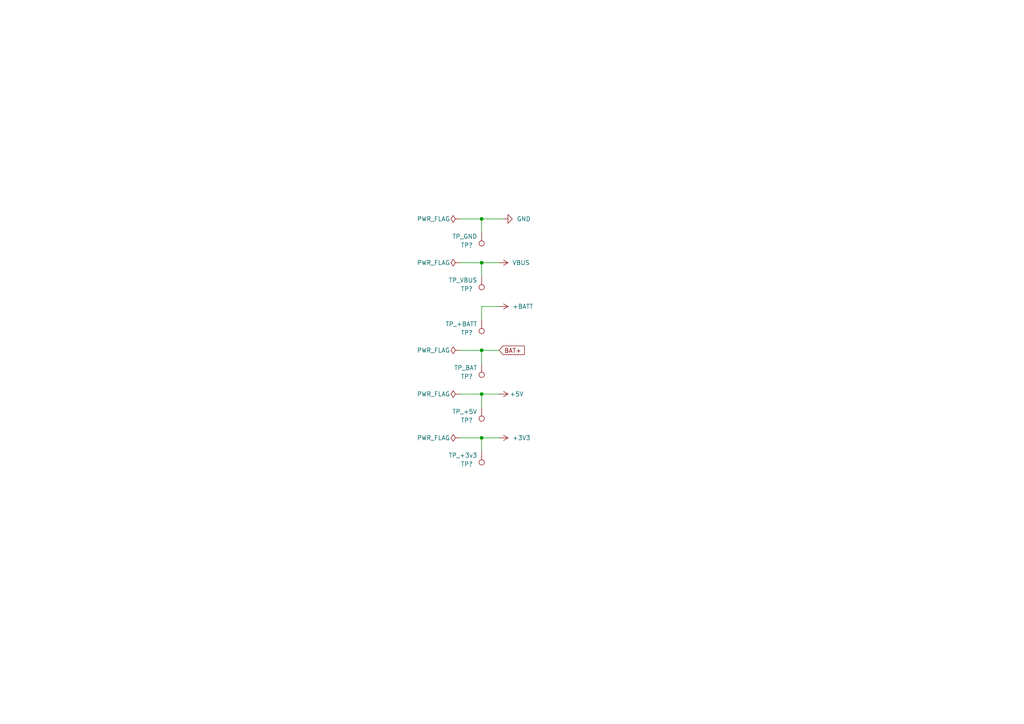
<source format=kicad_sch>
(kicad_sch (version 20230121) (generator eeschema)

  (uuid ca7fd29b-780c-4217-a642-fbc6c3850561)

  (paper "A4")

  (title_block
    (title "ChronoVolt_Control")
    (date "2023-10-08")
    (rev "0.3")
    (company "Final Resolution")
  )

  (lib_symbols
    (symbol "Connector:TestPoint" (pin_numbers hide) (pin_names (offset 0.762) hide) (in_bom yes) (on_board yes)
      (property "Reference" "TP" (at 0 6.858 0)
        (effects (font (size 1.27 1.27)))
      )
      (property "Value" "TestPoint" (at 0 5.08 0)
        (effects (font (size 1.27 1.27)))
      )
      (property "Footprint" "" (at 5.08 0 0)
        (effects (font (size 1.27 1.27)) hide)
      )
      (property "Datasheet" "~" (at 5.08 0 0)
        (effects (font (size 1.27 1.27)) hide)
      )
      (property "ki_keywords" "test point tp" (at 0 0 0)
        (effects (font (size 1.27 1.27)) hide)
      )
      (property "ki_description" "test point" (at 0 0 0)
        (effects (font (size 1.27 1.27)) hide)
      )
      (property "ki_fp_filters" "Pin* Test*" (at 0 0 0)
        (effects (font (size 1.27 1.27)) hide)
      )
      (symbol "TestPoint_0_1"
        (circle (center 0 3.302) (radius 0.762)
          (stroke (width 0) (type default))
          (fill (type none))
        )
      )
      (symbol "TestPoint_1_1"
        (pin passive line (at 0 0 90) (length 2.54)
          (name "1" (effects (font (size 1.27 1.27))))
          (number "1" (effects (font (size 1.27 1.27))))
        )
      )
    )
    (symbol "power:+3V3" (power) (pin_names (offset 0)) (in_bom yes) (on_board yes)
      (property "Reference" "#PWR" (at 0 -3.81 0)
        (effects (font (size 1.27 1.27)) hide)
      )
      (property "Value" "+3V3" (at 0 3.556 0)
        (effects (font (size 1.27 1.27)))
      )
      (property "Footprint" "" (at 0 0 0)
        (effects (font (size 1.27 1.27)) hide)
      )
      (property "Datasheet" "" (at 0 0 0)
        (effects (font (size 1.27 1.27)) hide)
      )
      (property "ki_keywords" "global power" (at 0 0 0)
        (effects (font (size 1.27 1.27)) hide)
      )
      (property "ki_description" "Power symbol creates a global label with name \"+3V3\"" (at 0 0 0)
        (effects (font (size 1.27 1.27)) hide)
      )
      (symbol "+3V3_0_1"
        (polyline
          (pts
            (xy -0.762 1.27)
            (xy 0 2.54)
          )
          (stroke (width 0) (type default))
          (fill (type none))
        )
        (polyline
          (pts
            (xy 0 0)
            (xy 0 2.54)
          )
          (stroke (width 0) (type default))
          (fill (type none))
        )
        (polyline
          (pts
            (xy 0 2.54)
            (xy 0.762 1.27)
          )
          (stroke (width 0) (type default))
          (fill (type none))
        )
      )
      (symbol "+3V3_1_1"
        (pin power_in line (at 0 0 90) (length 0) hide
          (name "+3V3" (effects (font (size 1.27 1.27))))
          (number "1" (effects (font (size 1.27 1.27))))
        )
      )
    )
    (symbol "power:+5V" (power) (pin_names (offset 0)) (in_bom yes) (on_board yes)
      (property "Reference" "#PWR" (at 0 -3.81 0)
        (effects (font (size 1.27 1.27)) hide)
      )
      (property "Value" "+5V" (at 0 3.556 0)
        (effects (font (size 1.27 1.27)))
      )
      (property "Footprint" "" (at 0 0 0)
        (effects (font (size 1.27 1.27)) hide)
      )
      (property "Datasheet" "" (at 0 0 0)
        (effects (font (size 1.27 1.27)) hide)
      )
      (property "ki_keywords" "global power" (at 0 0 0)
        (effects (font (size 1.27 1.27)) hide)
      )
      (property "ki_description" "Power symbol creates a global label with name \"+5V\"" (at 0 0 0)
        (effects (font (size 1.27 1.27)) hide)
      )
      (symbol "+5V_0_1"
        (polyline
          (pts
            (xy -0.762 1.27)
            (xy 0 2.54)
          )
          (stroke (width 0) (type default))
          (fill (type none))
        )
        (polyline
          (pts
            (xy 0 0)
            (xy 0 2.54)
          )
          (stroke (width 0) (type default))
          (fill (type none))
        )
        (polyline
          (pts
            (xy 0 2.54)
            (xy 0.762 1.27)
          )
          (stroke (width 0) (type default))
          (fill (type none))
        )
      )
      (symbol "+5V_1_1"
        (pin power_in line (at 0 0 90) (length 0) hide
          (name "+5V" (effects (font (size 1.27 1.27))))
          (number "1" (effects (font (size 1.27 1.27))))
        )
      )
    )
    (symbol "power:+BATT" (power) (pin_names (offset 0)) (in_bom yes) (on_board yes)
      (property "Reference" "#PWR" (at 0 -3.81 0)
        (effects (font (size 1.27 1.27)) hide)
      )
      (property "Value" "+BATT" (at 0 3.556 0)
        (effects (font (size 1.27 1.27)))
      )
      (property "Footprint" "" (at 0 0 0)
        (effects (font (size 1.27 1.27)) hide)
      )
      (property "Datasheet" "" (at 0 0 0)
        (effects (font (size 1.27 1.27)) hide)
      )
      (property "ki_keywords" "global power battery" (at 0 0 0)
        (effects (font (size 1.27 1.27)) hide)
      )
      (property "ki_description" "Power symbol creates a global label with name \"+BATT\"" (at 0 0 0)
        (effects (font (size 1.27 1.27)) hide)
      )
      (symbol "+BATT_0_1"
        (polyline
          (pts
            (xy -0.762 1.27)
            (xy 0 2.54)
          )
          (stroke (width 0) (type default))
          (fill (type none))
        )
        (polyline
          (pts
            (xy 0 0)
            (xy 0 2.54)
          )
          (stroke (width 0) (type default))
          (fill (type none))
        )
        (polyline
          (pts
            (xy 0 2.54)
            (xy 0.762 1.27)
          )
          (stroke (width 0) (type default))
          (fill (type none))
        )
      )
      (symbol "+BATT_1_1"
        (pin power_in line (at 0 0 90) (length 0) hide
          (name "+BATT" (effects (font (size 1.27 1.27))))
          (number "1" (effects (font (size 1.27 1.27))))
        )
      )
    )
    (symbol "power:GND" (power) (pin_names (offset 0)) (in_bom yes) (on_board yes)
      (property "Reference" "#PWR" (at 0 -6.35 0)
        (effects (font (size 1.27 1.27)) hide)
      )
      (property "Value" "GND" (at 0 -3.81 0)
        (effects (font (size 1.27 1.27)))
      )
      (property "Footprint" "" (at 0 0 0)
        (effects (font (size 1.27 1.27)) hide)
      )
      (property "Datasheet" "" (at 0 0 0)
        (effects (font (size 1.27 1.27)) hide)
      )
      (property "ki_keywords" "global power" (at 0 0 0)
        (effects (font (size 1.27 1.27)) hide)
      )
      (property "ki_description" "Power symbol creates a global label with name \"GND\" , ground" (at 0 0 0)
        (effects (font (size 1.27 1.27)) hide)
      )
      (symbol "GND_0_1"
        (polyline
          (pts
            (xy 0 0)
            (xy 0 -1.27)
            (xy 1.27 -1.27)
            (xy 0 -2.54)
            (xy -1.27 -1.27)
            (xy 0 -1.27)
          )
          (stroke (width 0) (type default))
          (fill (type none))
        )
      )
      (symbol "GND_1_1"
        (pin power_in line (at 0 0 270) (length 0) hide
          (name "GND" (effects (font (size 1.27 1.27))))
          (number "1" (effects (font (size 1.27 1.27))))
        )
      )
    )
    (symbol "power:PWR_FLAG" (power) (pin_numbers hide) (pin_names (offset 0) hide) (in_bom yes) (on_board yes)
      (property "Reference" "#FLG" (at 0 1.905 0)
        (effects (font (size 1.27 1.27)) hide)
      )
      (property "Value" "PWR_FLAG" (at 0 3.81 0)
        (effects (font (size 1.27 1.27)))
      )
      (property "Footprint" "" (at 0 0 0)
        (effects (font (size 1.27 1.27)) hide)
      )
      (property "Datasheet" "~" (at 0 0 0)
        (effects (font (size 1.27 1.27)) hide)
      )
      (property "ki_keywords" "flag power" (at 0 0 0)
        (effects (font (size 1.27 1.27)) hide)
      )
      (property "ki_description" "Special symbol for telling ERC where power comes from" (at 0 0 0)
        (effects (font (size 1.27 1.27)) hide)
      )
      (symbol "PWR_FLAG_0_0"
        (pin power_out line (at 0 0 90) (length 0)
          (name "pwr" (effects (font (size 1.27 1.27))))
          (number "1" (effects (font (size 1.27 1.27))))
        )
      )
      (symbol "PWR_FLAG_0_1"
        (polyline
          (pts
            (xy 0 0)
            (xy 0 1.27)
            (xy -1.016 1.905)
            (xy 0 2.54)
            (xy 1.016 1.905)
            (xy 0 1.27)
          )
          (stroke (width 0) (type default))
          (fill (type none))
        )
      )
    )
    (symbol "power:VBUS" (power) (pin_names (offset 0)) (in_bom yes) (on_board yes)
      (property "Reference" "#PWR" (at 0 -3.81 0)
        (effects (font (size 1.27 1.27)) hide)
      )
      (property "Value" "VBUS" (at 0 3.81 0)
        (effects (font (size 1.27 1.27)))
      )
      (property "Footprint" "" (at 0 0 0)
        (effects (font (size 1.27 1.27)) hide)
      )
      (property "Datasheet" "" (at 0 0 0)
        (effects (font (size 1.27 1.27)) hide)
      )
      (property "ki_keywords" "global power" (at 0 0 0)
        (effects (font (size 1.27 1.27)) hide)
      )
      (property "ki_description" "Power symbol creates a global label with name \"VBUS\"" (at 0 0 0)
        (effects (font (size 1.27 1.27)) hide)
      )
      (symbol "VBUS_0_1"
        (polyline
          (pts
            (xy -0.762 1.27)
            (xy 0 2.54)
          )
          (stroke (width 0) (type default))
          (fill (type none))
        )
        (polyline
          (pts
            (xy 0 0)
            (xy 0 2.54)
          )
          (stroke (width 0) (type default))
          (fill (type none))
        )
        (polyline
          (pts
            (xy 0 2.54)
            (xy 0.762 1.27)
          )
          (stroke (width 0) (type default))
          (fill (type none))
        )
      )
      (symbol "VBUS_1_1"
        (pin power_in line (at 0 0 90) (length 0) hide
          (name "VBUS" (effects (font (size 1.27 1.27))))
          (number "1" (effects (font (size 1.27 1.27))))
        )
      )
    )
  )

  (junction (at 139.7 76.2) (diameter 0) (color 0 0 0 0)
    (uuid 0348aae2-d645-42c8-bcfb-18ae4f636341)
  )
  (junction (at 139.7 127) (diameter 0) (color 0 0 0 0)
    (uuid 292373b7-b80a-4665-bcbb-4868fe90cb62)
  )
  (junction (at 139.7 114.3) (diameter 0) (color 0 0 0 0)
    (uuid 5cc82d47-78aa-4fff-a027-95ad60583bb9)
  )
  (junction (at 139.7 63.5) (diameter 0) (color 0 0 0 0)
    (uuid 66be9ae9-8352-403c-bcc6-ec851c1174d1)
  )
  (junction (at 139.7 101.6) (diameter 0) (color 0 0 0 0)
    (uuid 96434431-af85-4622-ab8d-73cd9cbf6c2e)
  )

  (wire (pts (xy 139.7 67.31) (xy 139.7 63.5))
    (stroke (width 0) (type default))
    (uuid 0afed10e-44ad-4482-8fbc-b0a0fdc16c6c)
  )
  (wire (pts (xy 133.35 63.5) (xy 139.7 63.5))
    (stroke (width 0) (type default))
    (uuid 3481df0d-93aa-4215-a78d-1e38f9ecd8d4)
  )
  (wire (pts (xy 139.7 80.01) (xy 139.7 76.2))
    (stroke (width 0) (type default))
    (uuid 37a795fa-2c98-406b-bbab-bc7dc3c629c5)
  )
  (wire (pts (xy 139.7 130.81) (xy 139.7 127))
    (stroke (width 0) (type default))
    (uuid 421d0620-1751-4b77-9167-3b86c09ba418)
  )
  (wire (pts (xy 133.35 76.2) (xy 139.7 76.2))
    (stroke (width 0) (type default))
    (uuid 4c83cf9c-ef8e-4526-8c1e-d4a9b9cc0e51)
  )
  (wire (pts (xy 139.7 76.2) (xy 144.78 76.2))
    (stroke (width 0) (type default))
    (uuid 4c85a484-4211-4a32-9c30-d557c35932e2)
  )
  (wire (pts (xy 133.35 114.3) (xy 139.7 114.3))
    (stroke (width 0) (type default))
    (uuid 5ef343b3-81c5-4950-af16-3a4f836f3e7c)
  )
  (wire (pts (xy 133.35 127) (xy 139.7 127))
    (stroke (width 0) (type default))
    (uuid 763622a1-b576-47f1-b4fc-b3fb3d2b4fdd)
  )
  (wire (pts (xy 139.7 63.5) (xy 146.05 63.5))
    (stroke (width 0) (type default))
    (uuid 7e7e3dd9-4eb0-4236-bde8-45b65b193481)
  )
  (wire (pts (xy 139.7 114.3) (xy 144.78 114.3))
    (stroke (width 0) (type default))
    (uuid 8326efe2-8e97-41b3-bef6-5d6a3171ee94)
  )
  (wire (pts (xy 139.7 127) (xy 144.78 127))
    (stroke (width 0) (type default))
    (uuid b25d0c5c-6022-4743-a150-922b3f98d76a)
  )
  (wire (pts (xy 139.7 118.11) (xy 139.7 114.3))
    (stroke (width 0) (type default))
    (uuid cea87745-39f4-4a8e-8ed0-ed98b91c0f70)
  )
  (wire (pts (xy 133.35 101.6) (xy 139.7 101.6))
    (stroke (width 0) (type default))
    (uuid dbf250f8-42ec-44e5-935e-795c000d5e62)
  )
  (wire (pts (xy 139.7 105.41) (xy 139.7 101.6))
    (stroke (width 0) (type default))
    (uuid e173bbe5-c11e-44a0-b5bd-bc35cbe63545)
  )
  (wire (pts (xy 139.7 88.9) (xy 144.78 88.9))
    (stroke (width 0) (type default))
    (uuid e2b8616c-3567-4397-8e36-dc5f46c3c2f9)
  )
  (wire (pts (xy 139.7 101.6) (xy 144.78 101.6))
    (stroke (width 0) (type default))
    (uuid f1b0fd9e-aee6-4fc7-8fd1-dc5152c02ac5)
  )
  (wire (pts (xy 139.7 92.71) (xy 139.7 88.9))
    (stroke (width 0) (type default))
    (uuid f6da6209-b82e-4bef-9d5f-2d9e35b48e02)
  )

  (global_label "BAT+" (shape input) (at 144.78 101.6 0) (fields_autoplaced)
    (effects (font (size 1.27 1.27)) (justify left))
    (uuid 299ba828-e1a7-43cb-967e-e74d3c6a126a)
    (property "Intersheetrefs" "${INTERSHEET_REFS}" (at 152.5844 101.6 0)
      (effects (font (size 1.27 1.27)) (justify left))
    )
  )

  (symbol (lib_id "power:PWR_FLAG") (at 133.35 63.5 90) (unit 1)
    (in_bom yes) (on_board yes) (dnp no)
    (uuid 190b3b07-f725-441f-9760-7572c467efcf)
    (property "Reference" "#FLG?" (at 131.445 63.5 0)
      (effects (font (size 1.27 1.27)) hide)
    )
    (property "Value" "PWR_FLAG" (at 125.73 63.5 90)
      (effects (font (size 1.27 1.27)))
    )
    (property "Footprint" "" (at 133.35 63.5 0)
      (effects (font (size 1.27 1.27)) hide)
    )
    (property "Datasheet" "~" (at 133.35 63.5 0)
      (effects (font (size 1.27 1.27)) hide)
    )
    (pin "1" (uuid 39504ecc-ca32-46e8-85ed-729b2be70624))
    (instances
      (project "Final_ESPNoob_RevA_1006"
        (path "/020f851d-ff42-49ee-a080-0144446afa6e"
          (reference "#FLG?") (unit 1)
        )
      )
      (project "ChronoVolt_Control"
        (path "/cceb3d39-99f1-4cc7-aa1d-f414cbebc8ea/3f8f4fb8-0000-4470-9a78-22eb5d7259c1"
          (reference "#FLG01") (unit 1)
        )
      )
    )
  )

  (symbol (lib_id "power:VBUS") (at 144.78 76.2 270) (unit 1)
    (in_bom yes) (on_board yes) (dnp no)
    (uuid 24041d7c-ee52-40c0-8a0d-a1055d12e761)
    (property "Reference" "#PWR?" (at 140.97 76.2 0)
      (effects (font (size 1.27 1.27)) hide)
    )
    (property "Value" "VBUS" (at 151.13 76.2 90)
      (effects (font (size 1.27 1.27)))
    )
    (property "Footprint" "" (at 144.78 76.2 0)
      (effects (font (size 1.27 1.27)) hide)
    )
    (property "Datasheet" "" (at 144.78 76.2 0)
      (effects (font (size 1.27 1.27)) hide)
    )
    (pin "1" (uuid 85850b39-aa54-4e4c-9f5e-6d7057c54a72))
    (instances
      (project "Final_ESPNoob_RevA_1006"
        (path "/020f851d-ff42-49ee-a080-0144446afa6e"
          (reference "#PWR?") (unit 1)
        )
      )
      (project "ChronoVolt_Control"
        (path "/cceb3d39-99f1-4cc7-aa1d-f414cbebc8ea/3f8f4fb8-0000-4470-9a78-22eb5d7259c1"
          (reference "#PWR033") (unit 1)
        )
      )
    )
  )

  (symbol (lib_id "power:+BATT") (at 144.78 88.9 270) (unit 1)
    (in_bom yes) (on_board yes) (dnp no) (fields_autoplaced)
    (uuid 3ab9ad04-f63b-4893-ab5e-0cba0e7e5763)
    (property "Reference" "#PWR034" (at 140.97 88.9 0)
      (effects (font (size 1.27 1.27)) hide)
    )
    (property "Value" "+BATT" (at 148.59 88.9 90)
      (effects (font (size 1.27 1.27)) (justify left))
    )
    (property "Footprint" "" (at 144.78 88.9 0)
      (effects (font (size 1.27 1.27)) hide)
    )
    (property "Datasheet" "" (at 144.78 88.9 0)
      (effects (font (size 1.27 1.27)) hide)
    )
    (pin "1" (uuid 2184343d-1a7d-4ed2-8b95-05f951c3e6f5))
    (instances
      (project "ChronoVolt_Control"
        (path "/cceb3d39-99f1-4cc7-aa1d-f414cbebc8ea/3f8f4fb8-0000-4470-9a78-22eb5d7259c1"
          (reference "#PWR034") (unit 1)
        )
      )
    )
  )

  (symbol (lib_id "power:PWR_FLAG") (at 133.35 76.2 90) (unit 1)
    (in_bom yes) (on_board yes) (dnp no)
    (uuid 54d42eea-165d-4127-a59e-5011c95abc97)
    (property "Reference" "#FLG?" (at 131.445 76.2 0)
      (effects (font (size 1.27 1.27)) hide)
    )
    (property "Value" "PWR_FLAG" (at 125.73 76.2 90)
      (effects (font (size 1.27 1.27)))
    )
    (property "Footprint" "" (at 133.35 76.2 0)
      (effects (font (size 1.27 1.27)) hide)
    )
    (property "Datasheet" "~" (at 133.35 76.2 0)
      (effects (font (size 1.27 1.27)) hide)
    )
    (pin "1" (uuid fd143d7b-c24a-496b-96c3-ecedbaeba27f))
    (instances
      (project "Final_ESPNoob_RevA_1006"
        (path "/020f851d-ff42-49ee-a080-0144446afa6e"
          (reference "#FLG?") (unit 1)
        )
      )
      (project "ChronoVolt_Control"
        (path "/cceb3d39-99f1-4cc7-aa1d-f414cbebc8ea/3f8f4fb8-0000-4470-9a78-22eb5d7259c1"
          (reference "#FLG02") (unit 1)
        )
      )
    )
  )

  (symbol (lib_id "power:PWR_FLAG") (at 133.35 127 90) (unit 1)
    (in_bom yes) (on_board yes) (dnp no)
    (uuid 6236c754-4877-45e6-bde5-c3c74dbdb93a)
    (property "Reference" "#FLG?" (at 131.445 127 0)
      (effects (font (size 1.27 1.27)) hide)
    )
    (property "Value" "PWR_FLAG" (at 125.73 127 90)
      (effects (font (size 1.27 1.27)))
    )
    (property "Footprint" "" (at 133.35 127 0)
      (effects (font (size 1.27 1.27)) hide)
    )
    (property "Datasheet" "~" (at 133.35 127 0)
      (effects (font (size 1.27 1.27)) hide)
    )
    (pin "1" (uuid 7b9c4ad0-8f27-46a3-b038-62d13b9db5e4))
    (instances
      (project "Final_ESPNoob_RevA_1006"
        (path "/020f851d-ff42-49ee-a080-0144446afa6e"
          (reference "#FLG?") (unit 1)
        )
      )
      (project "ChronoVolt_Control"
        (path "/cceb3d39-99f1-4cc7-aa1d-f414cbebc8ea/3f8f4fb8-0000-4470-9a78-22eb5d7259c1"
          (reference "#FLG06") (unit 1)
        )
      )
    )
  )

  (symbol (lib_id "Connector:TestPoint") (at 139.7 67.31 180) (unit 1)
    (in_bom yes) (on_board yes) (dnp no)
    (uuid 7dd026b4-77b6-4f5f-8fa6-adb9141b5801)
    (property "Reference" "TP?" (at 137.16 71.12 0)
      (effects (font (size 1.27 1.27)) (justify left))
    )
    (property "Value" "TP_GND" (at 138.43 68.58 0)
      (effects (font (size 1.27 1.27)) (justify left))
    )
    (property "Footprint" "TestPoint:TestPoint_Pad_D1.0mm" (at 134.62 67.31 0)
      (effects (font (size 1.27 1.27)) hide)
    )
    (property "Datasheet" "~" (at 134.62 67.31 0)
      (effects (font (size 1.27 1.27)) hide)
    )
    (pin "1" (uuid 4b133b2f-a838-4253-9da5-d0b390807f76))
    (instances
      (project "Final_ESPNoob_RevA_1006"
        (path "/020f851d-ff42-49ee-a080-0144446afa6e"
          (reference "TP?") (unit 1)
        )
      )
      (project "ChronoVolt_Control"
        (path "/cceb3d39-99f1-4cc7-aa1d-f414cbebc8ea/3f8f4fb8-0000-4470-9a78-22eb5d7259c1"
          (reference "TP3") (unit 1)
        )
      )
    )
  )

  (symbol (lib_id "Connector:TestPoint") (at 139.7 92.71 180) (unit 1)
    (in_bom yes) (on_board yes) (dnp no)
    (uuid 81b1ef49-c305-420b-9086-352a3197a91d)
    (property "Reference" "TP?" (at 137.16 96.52 0)
      (effects (font (size 1.27 1.27)) (justify left))
    )
    (property "Value" "TP_+BATT" (at 138.43 93.98 0)
      (effects (font (size 1.27 1.27)) (justify left))
    )
    (property "Footprint" "TestPoint:TestPoint_Pad_D1.0mm" (at 134.62 92.71 0)
      (effects (font (size 1.27 1.27)) hide)
    )
    (property "Datasheet" "~" (at 134.62 92.71 0)
      (effects (font (size 1.27 1.27)) hide)
    )
    (pin "1" (uuid f9cd4e54-e74a-485a-a673-982483620bb1))
    (instances
      (project "Final_ESPNoob_RevA_1006"
        (path "/020f851d-ff42-49ee-a080-0144446afa6e"
          (reference "TP?") (unit 1)
        )
      )
      (project "ChronoVolt_Control"
        (path "/cceb3d39-99f1-4cc7-aa1d-f414cbebc8ea/3f8f4fb8-0000-4470-9a78-22eb5d7259c1"
          (reference "TP5") (unit 1)
        )
      )
    )
  )

  (symbol (lib_id "power:PWR_FLAG") (at 133.35 101.6 90) (unit 1)
    (in_bom yes) (on_board yes) (dnp no)
    (uuid 9d5fc0d5-2054-4d71-a45f-9781aed4bf3a)
    (property "Reference" "#FLG?" (at 131.445 101.6 0)
      (effects (font (size 1.27 1.27)) hide)
    )
    (property "Value" "PWR_FLAG" (at 125.73 101.6 90)
      (effects (font (size 1.27 1.27)))
    )
    (property "Footprint" "" (at 133.35 101.6 0)
      (effects (font (size 1.27 1.27)) hide)
    )
    (property "Datasheet" "~" (at 133.35 101.6 0)
      (effects (font (size 1.27 1.27)) hide)
    )
    (pin "1" (uuid 5a07af86-1993-4a1d-8c5e-db0eb0d837dc))
    (instances
      (project "Final_ESPNoob_RevA_1006"
        (path "/020f851d-ff42-49ee-a080-0144446afa6e"
          (reference "#FLG?") (unit 1)
        )
      )
      (project "ChronoVolt_Control"
        (path "/cceb3d39-99f1-4cc7-aa1d-f414cbebc8ea/3f8f4fb8-0000-4470-9a78-22eb5d7259c1"
          (reference "#FLG04") (unit 1)
        )
      )
    )
  )

  (symbol (lib_id "Connector:TestPoint") (at 139.7 105.41 180) (unit 1)
    (in_bom yes) (on_board yes) (dnp no)
    (uuid a3b90965-bafc-44d6-84a6-01d9f67c964f)
    (property "Reference" "TP?" (at 137.16 109.22 0)
      (effects (font (size 1.27 1.27)) (justify left))
    )
    (property "Value" "TP_BAT" (at 138.43 106.68 0)
      (effects (font (size 1.27 1.27)) (justify left))
    )
    (property "Footprint" "TestPoint:TestPoint_Pad_D1.0mm" (at 134.62 105.41 0)
      (effects (font (size 1.27 1.27)) hide)
    )
    (property "Datasheet" "~" (at 134.62 105.41 0)
      (effects (font (size 1.27 1.27)) hide)
    )
    (pin "1" (uuid bf653ff4-2ed2-477c-b994-f610d4657123))
    (instances
      (project "Final_ESPNoob_RevA_1006"
        (path "/020f851d-ff42-49ee-a080-0144446afa6e"
          (reference "TP?") (unit 1)
        )
      )
      (project "ChronoVolt_Control"
        (path "/cceb3d39-99f1-4cc7-aa1d-f414cbebc8ea/3f8f4fb8-0000-4470-9a78-22eb5d7259c1"
          (reference "TP6") (unit 1)
        )
      )
    )
  )

  (symbol (lib_id "power:PWR_FLAG") (at 133.35 114.3 90) (unit 1)
    (in_bom yes) (on_board yes) (dnp no)
    (uuid b189ed19-1818-481a-ab01-c802bc780156)
    (property "Reference" "#FLG?" (at 131.445 114.3 0)
      (effects (font (size 1.27 1.27)) hide)
    )
    (property "Value" "PWR_FLAG" (at 125.73 114.3 90)
      (effects (font (size 1.27 1.27)))
    )
    (property "Footprint" "" (at 133.35 114.3 0)
      (effects (font (size 1.27 1.27)) hide)
    )
    (property "Datasheet" "~" (at 133.35 114.3 0)
      (effects (font (size 1.27 1.27)) hide)
    )
    (pin "1" (uuid 6e1a8799-a881-469b-b476-48f428319e53))
    (instances
      (project "Final_ESPNoob_RevA_1006"
        (path "/020f851d-ff42-49ee-a080-0144446afa6e"
          (reference "#FLG?") (unit 1)
        )
      )
      (project "ChronoVolt_Control"
        (path "/cceb3d39-99f1-4cc7-aa1d-f414cbebc8ea/3f8f4fb8-0000-4470-9a78-22eb5d7259c1"
          (reference "#FLG05") (unit 1)
        )
      )
    )
  )

  (symbol (lib_id "Connector:TestPoint") (at 139.7 130.81 180) (unit 1)
    (in_bom yes) (on_board yes) (dnp no)
    (uuid b2c19209-18a7-422b-846d-df0e96435ec4)
    (property "Reference" "TP?" (at 137.16 134.62 0)
      (effects (font (size 1.27 1.27)) (justify left))
    )
    (property "Value" "TP_+3v3" (at 138.43 132.08 0)
      (effects (font (size 1.27 1.27)) (justify left))
    )
    (property "Footprint" "TestPoint:TestPoint_Pad_D1.0mm" (at 134.62 130.81 0)
      (effects (font (size 1.27 1.27)) hide)
    )
    (property "Datasheet" "~" (at 134.62 130.81 0)
      (effects (font (size 1.27 1.27)) hide)
    )
    (pin "1" (uuid e0434420-c293-4e8c-b825-56c253d25c96))
    (instances
      (project "Final_ESPNoob_RevA_1006"
        (path "/020f851d-ff42-49ee-a080-0144446afa6e"
          (reference "TP?") (unit 1)
        )
      )
      (project "ChronoVolt_Control"
        (path "/cceb3d39-99f1-4cc7-aa1d-f414cbebc8ea/3f8f4fb8-0000-4470-9a78-22eb5d7259c1"
          (reference "TP8") (unit 1)
        )
      )
    )
  )

  (symbol (lib_id "Connector:TestPoint") (at 139.7 118.11 180) (unit 1)
    (in_bom yes) (on_board yes) (dnp no)
    (uuid b3c896c2-d218-42f7-aafc-bf91eb8f44e2)
    (property "Reference" "TP?" (at 137.16 121.92 0)
      (effects (font (size 1.27 1.27)) (justify left))
    )
    (property "Value" "TP_+5V" (at 138.43 119.38 0)
      (effects (font (size 1.27 1.27)) (justify left))
    )
    (property "Footprint" "TestPoint:TestPoint_Pad_D1.0mm" (at 134.62 118.11 0)
      (effects (font (size 1.27 1.27)) hide)
    )
    (property "Datasheet" "~" (at 134.62 118.11 0)
      (effects (font (size 1.27 1.27)) hide)
    )
    (pin "1" (uuid 03da10ab-f259-4a30-9514-57b27b6d892c))
    (instances
      (project "Final_ESPNoob_RevA_1006"
        (path "/020f851d-ff42-49ee-a080-0144446afa6e"
          (reference "TP?") (unit 1)
        )
      )
      (project "ChronoVolt_Control"
        (path "/cceb3d39-99f1-4cc7-aa1d-f414cbebc8ea/3f8f4fb8-0000-4470-9a78-22eb5d7259c1"
          (reference "TP7") (unit 1)
        )
      )
    )
  )

  (symbol (lib_id "Connector:TestPoint") (at 139.7 80.01 180) (unit 1)
    (in_bom yes) (on_board yes) (dnp no)
    (uuid ba8625ea-d9c2-4c63-841b-e2b284b6056d)
    (property "Reference" "TP?" (at 137.16 83.82 0)
      (effects (font (size 1.27 1.27)) (justify left))
    )
    (property "Value" "TP_VBUS" (at 138.43 81.28 0)
      (effects (font (size 1.27 1.27)) (justify left))
    )
    (property "Footprint" "TestPoint:TestPoint_Pad_D1.0mm" (at 134.62 80.01 0)
      (effects (font (size 1.27 1.27)) hide)
    )
    (property "Datasheet" "~" (at 134.62 80.01 0)
      (effects (font (size 1.27 1.27)) hide)
    )
    (pin "1" (uuid f8a27bd2-c73a-40d6-b9d8-01a65589beaa))
    (instances
      (project "Final_ESPNoob_RevA_1006"
        (path "/020f851d-ff42-49ee-a080-0144446afa6e"
          (reference "TP?") (unit 1)
        )
      )
      (project "ChronoVolt_Control"
        (path "/cceb3d39-99f1-4cc7-aa1d-f414cbebc8ea/3f8f4fb8-0000-4470-9a78-22eb5d7259c1"
          (reference "TP4") (unit 1)
        )
      )
    )
  )

  (symbol (lib_id "power:+5V") (at 144.78 114.3 270) (unit 1)
    (in_bom yes) (on_board yes) (dnp no)
    (uuid bfe9b150-2897-4c74-811f-75acb182a649)
    (property "Reference" "#PWR?" (at 140.97 114.3 0)
      (effects (font (size 1.27 1.27)) hide)
    )
    (property "Value" "+5V" (at 149.86 114.3 90)
      (effects (font (size 1.27 1.27)))
    )
    (property "Footprint" "" (at 144.78 114.3 0)
      (effects (font (size 1.27 1.27)) hide)
    )
    (property "Datasheet" "" (at 144.78 114.3 0)
      (effects (font (size 1.27 1.27)) hide)
    )
    (pin "1" (uuid edccf8d5-5fd1-4a66-865b-5e933fdec238))
    (instances
      (project "Final_ESPNoob_RevA_1006"
        (path "/020f851d-ff42-49ee-a080-0144446afa6e"
          (reference "#PWR?") (unit 1)
        )
      )
      (project "ChronoVolt_Control"
        (path "/cceb3d39-99f1-4cc7-aa1d-f414cbebc8ea/3f8f4fb8-0000-4470-9a78-22eb5d7259c1"
          (reference "#PWR035") (unit 1)
        )
      )
    )
  )

  (symbol (lib_id "power:GND") (at 146.05 63.5 90) (unit 1)
    (in_bom yes) (on_board yes) (dnp no) (fields_autoplaced)
    (uuid e0853ad3-b052-4ecb-8321-d225fd4095f7)
    (property "Reference" "#PWR?" (at 152.4 63.5 0)
      (effects (font (size 1.27 1.27)) hide)
    )
    (property "Value" "GND" (at 149.86 63.5 90)
      (effects (font (size 1.27 1.27)) (justify right))
    )
    (property "Footprint" "" (at 146.05 63.5 0)
      (effects (font (size 1.27 1.27)) hide)
    )
    (property "Datasheet" "" (at 146.05 63.5 0)
      (effects (font (size 1.27 1.27)) hide)
    )
    (pin "1" (uuid 1ec75b7d-fb75-4dc6-a6ae-b4c34e2261fa))
    (instances
      (project "Final_ESPNoob_RevA_1006"
        (path "/020f851d-ff42-49ee-a080-0144446afa6e"
          (reference "#PWR?") (unit 1)
        )
      )
      (project "ChronoVolt_Control"
        (path "/cceb3d39-99f1-4cc7-aa1d-f414cbebc8ea/3f8f4fb8-0000-4470-9a78-22eb5d7259c1"
          (reference "#PWR037") (unit 1)
        )
      )
    )
  )

  (symbol (lib_id "power:+3V3") (at 144.78 127 270) (unit 1)
    (in_bom yes) (on_board yes) (dnp no)
    (uuid e7279874-d971-4df4-9183-f7bd34061cbb)
    (property "Reference" "#PWR?" (at 140.97 127 0)
      (effects (font (size 1.27 1.27)) hide)
    )
    (property "Value" "+3V3" (at 148.59 127 90)
      (effects (font (size 1.27 1.27)) (justify left))
    )
    (property "Footprint" "" (at 144.78 127 0)
      (effects (font (size 1.27 1.27)) hide)
    )
    (property "Datasheet" "" (at 144.78 127 0)
      (effects (font (size 1.27 1.27)) hide)
    )
    (pin "1" (uuid 21b065ab-0826-4e26-bdca-d05d937b9a32))
    (instances
      (project "Final_ESPNoob_RevA_1006"
        (path "/020f851d-ff42-49ee-a080-0144446afa6e"
          (reference "#PWR?") (unit 1)
        )
      )
      (project "ChronoVolt_Control"
        (path "/cceb3d39-99f1-4cc7-aa1d-f414cbebc8ea/3f8f4fb8-0000-4470-9a78-22eb5d7259c1"
          (reference "#PWR036") (unit 1)
        )
      )
    )
  )
)

</source>
